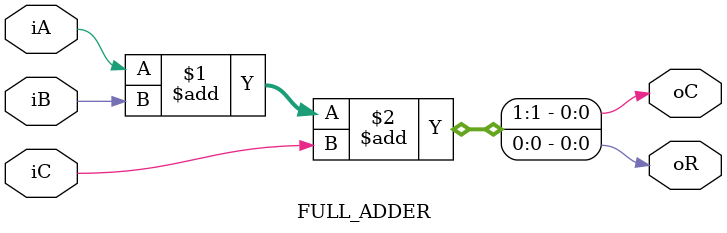
<source format=v>
`timescale 1ns / 1ps
module UPCOUNTER_POSEDGE # (parameter SIZE=16)
(
input wire Clock, Reset,
input wire [SIZE-1:0] Initial,
input wire Enable,
output reg [SIZE-1:0] Q
);


  always @(posedge Clock )
  begin
      if (Reset)
        Q = Initial;
      else
		begin
		if (Enable)
			Q = Q + 1;

		end
  end

endmodule
//----------------------------------------------------
module FFD_POSEDGE_SYNCRONOUS_RESET # ( parameter SIZE=8 )
(
	input wire				Clock,
	input wire				Reset,
	input wire				Enable,
	input wire [SIZE-1:0]	D,
	output reg [SIZE-1:0]	Q
);


always @ (posedge Clock)
begin
	if ( Reset )
		Q <= 0;
	else
	begin
		if (Enable)
			Q <= D;
	end

end//always

endmodule
//----------------------------------------------------
module FULL_ADDER
(
  input wire  iA,   //Sumando 1
  input wire  iB,   //Sumando 2
  input wire  iC,   //Entrada acarreo anterior
  output wire oR,   //Resultado suma
  output wire oC    //Salida acarreo
);

assign {oC, oR} = iA + iB + iC;

endmodule // FULL_ADDER
//----------------------------------------------------


//----------------------------------------------------
//
// module ARRAY_MULT_GEN # ( parameter SIZE=16 )
// (
//   input wire [SIZE-1:0] iMulA,    //Multiplicando 1
//   input wire [SIZE-1:0] iMulB,    //Multiplicando 2
//   output wire [(2*SIZE)-1:0] oMulR    //Resultado
// );
// //Cableado intermedio entre sumadores y resultado
// wire [SIZE-1:0] wR [SIZE-1:0];   //Cable resultado intermedio sumadores
// wire [SIZE-1:0] wC [SIZE-1:0];   //Cable acarreos intermedios sumadores
//
//
// parameter MAX_COLS = SIZE-1;
// parameter MAX_ROWS = SIZE-2;
//
// //----------------------------------------------------
//
// assign oMulR[0] = iMulA[0] & iMulB[0];
// assign wR[0][MAX_COLS] = 1'b0;
//
// //----------------------------------------------------
// //El último sumador tiene el resultado de los 2 MSB del producto
// FULL_ADDER fa_final
// (
//   .iA(iMulA[SIZE-1] & iMulB[SIZE-1]),
//   .iB(wR[MAX_ROWS][MAX_COLS]),
//   .iC(wC[MAX_ROWS][MAX_COLS]),
//   .oR(oMulR[2*MAX_COLS]),
//   .oC(oMulR[(2*SIZE) - 1])
// );
//
// //
//
// genvar  CurrentRow, CurrentCol;
// generate
//
// //Primera fila recibe 0 como suma anterior
// for (CurrentCol = 0; CurrentCol < MAX_COLS; CurrentCol = CurrentCol + 1)
//   begin : NIVEL_0
//     assign wR[0][CurrentCol] = iMulA[CurrentCol + 1] & iMulB[0];
//   end
//
// //----------------------------------------------------
//
// //El acarreo de entrada de la columna del LSB es siempre 0 y la suma va directo
// //al resultado final
// for (CurrentRow = 0; CurrentRow < MAX_ROWS - 1; CurrentRow = CurrentRow + 1)
//   begin : COL_0
//     assign wC[CurrentRow][0] = 0; //Acarreo 0
//
//     FULL_ADDER fa_col0
//     (
//       .iA(iMulA[0] & iMulB[CurrentRow + 1]),
//       .iB(wR[CurrentRow][0]),
//       .iC(wC[CurrentRow][0]),
//       .oR(oMulR[CurrentRow + 1]),
//       .oC(wC[CurrentRow][1])
//     );
//
//   end
//
//
// //----------------------------------------------------
//
// //
//
// for (CurrentRow = 0; CurrentRow < MAX_ROWS; CurrentRow = CurrentRow + 1)
//   begin : ULTIMA_COL
//
//     FULL_ADDER fa_ulcol
//     (
//       .iA(iMulA[SIZE-1] & iMulB[CurrentRow + 1]),
//       .iB(wR[CurrentRow][SIZE-1]),
//       .iC(wC[CurrentRow][SIZE-1]),
//       .oR(wR[CurrentRow + 1][SIZE-2]),
//       .oC(wR[CurrentRow + 1][SIZE-1])
//     );
//
//   end
//
//   for (CurrentCol = 1; CurrentCol < MAX_COLS; CurrentCol = CurrentCol + 1)
//     begin : COL_INTERM
//     for (CurrentRow = 1; CurrentRow <= MAX_ROWS; CurrentRow = CurrentRow + 1)
//       begin : FIL_INTERM
//         if (CurrentRow < MAX_ROWS) begin
//
//           FULL_ADDER fa_interm_NUR
//           (
//             .iA(iMulA[CurrentCol] & iMulB[CurrentRow + 1]),
//             .iB(wR[CurrentRow][CurrentCol]),
//             .iC(wC[CurrentRow][CurrentCol]),
//             .oR(wR[CurrentRow + 1][CurrentCol - 1]),
//             .oC(wC[CurrentRow][CurrentCol + 1])
//           );
//
//         end else begin
//
//           FULL_ADDER fa_interm_UR
//           (
//             .iA(iMulA[CurrentCol] & iMulB[SIZE-1]),
//             .iB(wR[CurrentRow][CurrentCol]),
//             .iC(wC[CurrentRow][CurrentCol]),
//             .oR(oMulR[CurrentCol + MAX_COLS]),
//             .oC(wR[CurrentRow][CurrentCol + 1])
//           );
//
//         end
//
//       end
//
//     end
//
// endgenerate
//
// endmodule // ARRAY_MULT
//----------------------------------------------------
//----------------------------------------------------


//----------------------------------------------------------------------

</source>
